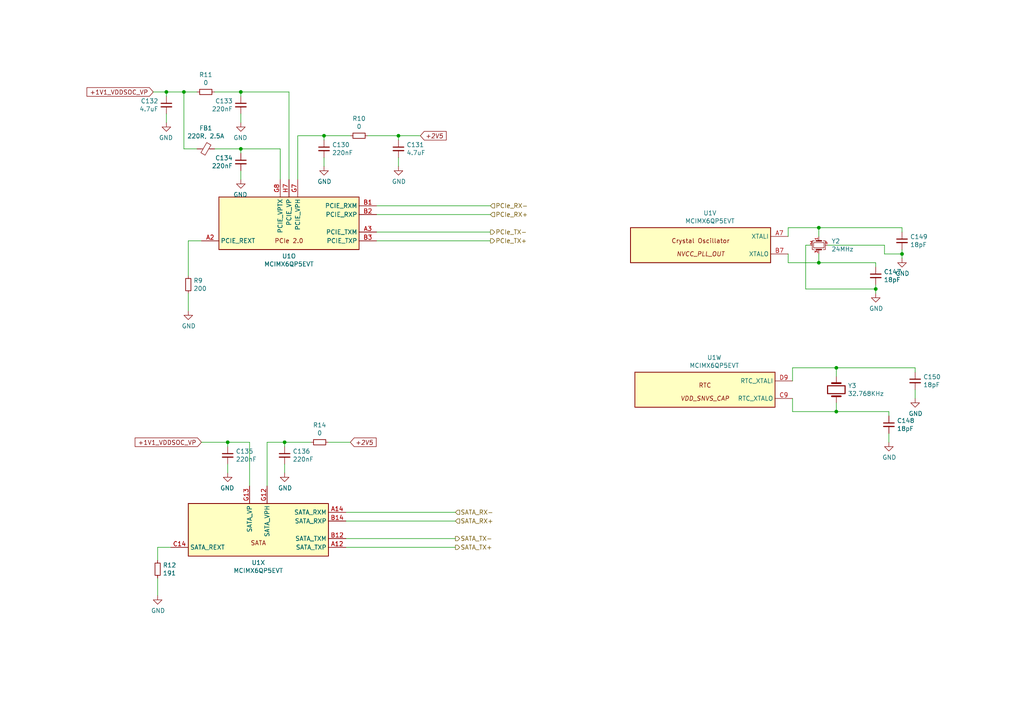
<source format=kicad_sch>
(kicad_sch (version 20211123) (generator eeschema)
  (paper "A4")
  (junction (at 237.49 76.2))
  (junction (at 237.49 66.04))
  (junction (at 48.26 26.67))
  (junction (at 254 83.82))
  (junction (at 53.34 26.67))
  (junction (at 242.57 119.38))
  (junction (at 261.62 73.66))
  (junction (at 93.98 39.37))
  (junction (at 82.55 128.27))
  (junction (at 242.57 106.68))
  (junction (at 69.85 43.18))
  (junction (at 115.57 39.37))
  (junction (at 69.85 26.67))
  (junction (at 66.04 128.27))
  (wire (pts (xy 257.81 119.38) (xy 257.81 120.65)))
  (wire (pts (xy 234.95 71.12) (xy 233.68 71.12)))
  (wire (pts (xy 54.61 69.85) (xy 54.61 80.01)))
  (wire (pts (xy 228.6 68.58) (xy 228.6 66.04)))
  (wire (pts (xy 254 76.2) (xy 254 77.47)))
  (wire (pts (xy 100.33 151.13) (xy 132.08 151.13)))
  (wire (pts (xy 229.87 115.57) (xy 229.87 119.38)))
  (wire (pts (xy 229.87 106.68) (xy 242.57 106.68)))
  (wire (pts (xy 256.54 73.66) (xy 261.62 73.66)))
  (wire (pts (xy 233.68 83.82) (xy 254 83.82)))
  (wire (pts (xy 82.55 137.16) (xy 82.55 134.62)))
  (wire (pts (xy 237.49 66.04) (xy 261.62 66.04)))
  (wire (pts (xy 72.39 128.27) (xy 66.04 128.27)))
  (wire (pts (xy 261.62 74.93) (xy 261.62 73.66)))
  (wire (pts (xy 69.85 26.67) (xy 83.82 26.67)))
  (wire (pts (xy 240.03 71.12) (xy 256.54 71.12)))
  (wire (pts (xy 57.15 43.18) (xy 53.34 43.18)))
  (wire (pts (xy 109.22 69.85) (xy 142.24 69.85)))
  (wire (pts (xy 256.54 71.12) (xy 256.54 73.66)))
  (wire (pts (xy 57.15 26.67) (xy 53.34 26.67)))
  (wire (pts (xy 77.47 128.27) (xy 82.55 128.27)))
  (wire (pts (xy 82.55 128.27) (xy 90.17 128.27)))
  (wire (pts (xy 109.22 59.69) (xy 142.24 59.69)))
  (wire (pts (xy 265.43 113.03) (xy 265.43 115.57)))
  (wire (pts (xy 242.57 109.22) (xy 242.57 106.68)))
  (wire (pts (xy 229.87 119.38) (xy 242.57 119.38)))
  (wire (pts (xy 115.57 40.64) (xy 115.57 39.37)))
  (wire (pts (xy 82.55 128.27) (xy 82.55 129.54)))
  (wire (pts (xy 109.22 62.23) (xy 142.24 62.23)))
  (wire (pts (xy 69.85 26.67) (xy 62.23 26.67)))
  (wire (pts (xy 69.85 52.07) (xy 69.85 49.53)))
  (wire (pts (xy 242.57 116.84) (xy 242.57 119.38)))
  (wire (pts (xy 49.53 158.75) (xy 45.72 158.75)))
  (wire (pts (xy 115.57 48.26) (xy 115.57 45.72)))
  (wire (pts (xy 48.26 27.94) (xy 48.26 26.67)))
  (wire (pts (xy 48.26 35.56) (xy 48.26 33.02)))
  (wire (pts (xy 254 83.82) (xy 254 82.55)))
  (wire (pts (xy 237.49 76.2) (xy 254 76.2)))
  (wire (pts (xy 48.26 26.67) (xy 44.45 26.67)))
  (wire (pts (xy 233.68 71.12) (xy 233.68 83.82)))
  (wire (pts (xy 86.36 39.37) (xy 93.98 39.37)))
  (wire (pts (xy 53.34 43.18) (xy 53.34 26.67)))
  (wire (pts (xy 261.62 66.04) (xy 261.62 67.31)))
  (wire (pts (xy 66.04 137.16) (xy 66.04 134.62)))
  (wire (pts (xy 228.6 76.2) (xy 237.49 76.2)))
  (wire (pts (xy 228.6 73.66) (xy 228.6 76.2)))
  (wire (pts (xy 93.98 39.37) (xy 93.98 40.64)))
  (wire (pts (xy 228.6 66.04) (xy 237.49 66.04)))
  (wire (pts (xy 93.98 48.26) (xy 93.98 45.72)))
  (wire (pts (xy 229.87 110.49) (xy 229.87 106.68)))
  (wire (pts (xy 69.85 26.67) (xy 69.85 27.94)))
  (wire (pts (xy 72.39 140.97) (xy 72.39 128.27)))
  (wire (pts (xy 242.57 119.38) (xy 257.81 119.38)))
  (wire (pts (xy 66.04 128.27) (xy 58.42 128.27)))
  (wire (pts (xy 242.57 106.68) (xy 265.43 106.68)))
  (wire (pts (xy 237.49 73.66) (xy 237.49 76.2)))
  (wire (pts (xy 115.57 39.37) (xy 121.92 39.37)))
  (wire (pts (xy 69.85 35.56) (xy 69.85 33.02)))
  (wire (pts (xy 86.36 52.07) (xy 86.36 39.37)))
  (wire (pts (xy 45.72 172.72) (xy 45.72 167.64)))
  (wire (pts (xy 109.22 67.31) (xy 142.24 67.31)))
  (wire (pts (xy 265.43 106.68) (xy 265.43 107.95)))
  (wire (pts (xy 66.04 128.27) (xy 66.04 129.54)))
  (wire (pts (xy 100.33 148.59) (xy 132.08 148.59)))
  (wire (pts (xy 93.98 39.37) (xy 101.6 39.37)))
  (wire (pts (xy 81.28 52.07) (xy 81.28 43.18)))
  (wire (pts (xy 54.61 90.17) (xy 54.61 85.09)))
  (wire (pts (xy 69.85 43.18) (xy 62.23 43.18)))
  (wire (pts (xy 81.28 43.18) (xy 69.85 43.18)))
  (wire (pts (xy 45.72 158.75) (xy 45.72 162.56)))
  (wire (pts (xy 77.47 140.97) (xy 77.47 128.27)))
  (wire (pts (xy 69.85 43.18) (xy 69.85 44.45)))
  (wire (pts (xy 106.68 39.37) (xy 115.57 39.37)))
  (wire (pts (xy 100.33 158.75) (xy 132.08 158.75)))
  (wire (pts (xy 95.25 128.27) (xy 101.6 128.27)))
  (wire (pts (xy 53.34 26.67) (xy 48.26 26.67)))
  (wire (pts (xy 83.82 26.67) (xy 83.82 52.07)))
  (wire (pts (xy 100.33 156.21) (xy 132.08 156.21)))
  (wire (pts (xy 58.42 69.85) (xy 54.61 69.85)))
  (wire (pts (xy 261.62 73.66) (xy 261.62 72.39)))
  (wire (pts (xy 254 85.09) (xy 254 83.82)))
  (wire (pts (xy 257.81 125.73) (xy 257.81 128.27)))
  (wire (pts (xy 237.49 68.58) (xy 237.49 66.04)))
  (global_label "+2V5" (shape input) (at 121.92 39.37 0) (effects (font italic)) (property "Intersheet References" "${INTERSHEET_REFS}" (effects hide)))
  (global_label "+1V1_VDDSOC_VP" (shape input) (at 44.45 26.67 180) (property "Intersheet References" "${INTERSHEET_REFS}" (effects hide)))
  (global_label "+2V5" (shape input) (at 101.6 128.27 0) (effects (font italic)) (property "Intersheet References" "${INTERSHEET_REFS}" (effects hide)))
  (global_label "+1V1_VDDSOC_VP" (shape input) (at 58.42 128.27 180) (property "Intersheet References" "${INTERSHEET_REFS}" (effects hide)))
  (hierarchical_label "SATA_TX-" (shape output) (at 132.08 156.21 0))
  (hierarchical_label "SATA_RX-" (shape input) (at 132.08 148.59 0))
  (hierarchical_label "PCIe_TX-" (shape output) (at 142.24 67.31 0))
  (hierarchical_label "PCIe_TX+" (shape output) (at 142.24 69.85 0))
  (hierarchical_label "PCIe_RX+" (shape input) (at 142.24 62.23 0))
  (hierarchical_label "SATA_RX+" (shape input) (at 132.08 151.13 0))
  (hierarchical_label "SATA_TX+" (shape output) (at 132.08 158.75 0))
  (hierarchical_label "PCIe_RX-" (shape input) (at 142.24 59.69 0))
  (symbol (lib_id "IMXDesign-rescue:MCIMX6QP5EVT-CPU_NXP_IMX") (at 83.82 64.77 0) (unit 15)
    (property "Reference" "U1" (at 83.82 74.295 0))
    (property "Value" "MCIMX6QP5EVT" (at 83.82 76.6064 0))
    (property "Footprint" "Package_BGA:BGA-624_21.0x21.0mm_Layout25x25_P0.8mm" (effects hide))
    (property "Datasheet" "https://www.nxp.com/docs/en/data-sheet/IMX6DQPCEC.pdf" (effects hide))
  )
  (symbol (lib_id "IMXDesign-rescue:MCIMX6QP5EVT-CPU_NXP_IMX") (at 203.2 71.12 0) (unit 22)
    (property "Reference" "U1" (at 205.9178 61.7982 0))
    (property "Value" "MCIMX6QP5EVT" (at 205.9178 64.1096 0))
    (property "Footprint" "Package_BGA:BGA-624_21.0x21.0mm_Layout25x25_P0.8mm" (effects hide))
    (property "Datasheet" "https://www.nxp.com/docs/en/data-sheet/IMX6DQPCEC.pdf" (effects hide))
  )
  (symbol (lib_id "IMXDesign-rescue:MCIMX6QP5EVT-CPU_NXP_IMX") (at 204.47 113.03 0) (unit 23)
    (property "Reference" "U1" (at 207.1878 103.7082 0))
    (property "Value" "MCIMX6QP5EVT" (at 207.1878 106.0196 0))
    (property "Footprint" "Package_BGA:BGA-624_21.0x21.0mm_Layout25x25_P0.8mm" (effects hide))
    (property "Datasheet" "https://www.nxp.com/docs/en/data-sheet/IMX6DQPCEC.pdf" (effects hide))
  )
  (symbol (lib_id "IMXDesign-rescue:MCIMX6QP5EVT-CPU_NXP_IMX") (at 74.93 153.67 0) (unit 24)
    (property "Reference" "U1" (at 74.93 163.195 0))
    (property "Value" "MCIMX6QP5EVT" (at 74.93 165.5064 0))
    (property "Footprint" "Package_BGA:BGA-624_21.0x21.0mm_Layout25x25_P0.8mm" (effects hide))
    (property "Datasheet" "https://www.nxp.com/docs/en/data-sheet/IMX6DQPCEC.pdf" (effects hide))
  )
  (symbol (lib_id "IMXDesign-rescue:R_Small-Device") (at 54.61 82.55 0) (unit 1)
    (property "Reference" "R9" (at 56.1086 81.3816 0) (effects (justify left)))
    (property "Value" "200" (at 56.1086 83.693 0) (effects (justify left)))
    (property "Footprint" "Resistor_SMD:R_0201_0603Metric" (effects hide))
  )
  (symbol (lib_id "IMXDesign-rescue:GND-power") (at 54.61 90.17 0) (unit 1)
    (property "Reference" "#PWR0187" (effects hide))
    (property "Value" "GND" (at 54.737 94.5642 0))
  )
  (symbol (lib_id "IMXDesign-rescue:R_Small-Device") (at 104.14 39.37 270) (unit 1)
    (property "Reference" "R10" (at 104.14 34.3916 90))
    (property "Value" "0" (at 104.14 36.703 90))
    (property "Footprint" "Resistor_SMD:R_0201_0603Metric" (effects hide))
  )
  (symbol (lib_id "IMXDesign-rescue:C_Small-Device") (at 93.98 43.18 0) (unit 1)
    (property "Reference" "C130" (at 96.3168 42.0116 0) (effects (justify left)))
    (property "Value" "220nF" (at 96.3168 44.323 0) (effects (justify left)))
    (property "Footprint" "Capacitor_SMD:C_0201_0603Metric" (effects hide))
  )
  (symbol (lib_id "IMXDesign-rescue:GND-power") (at 93.98 48.26 0) (unit 1)
    (property "Reference" "#PWR0188" (effects hide))
    (property "Value" "GND" (at 94.107 52.6542 0))
  )
  (symbol (lib_id "IMXDesign-rescue:C_Small-Device") (at 115.57 43.18 0) (unit 1)
    (property "Reference" "C131" (at 117.9068 42.0116 0) (effects (justify left)))
    (property "Value" "4.7uF" (at 117.9068 44.323 0) (effects (justify left)))
    (property "Footprint" "Capacitor_SMD:C_0402_1005Metric" (effects hide))
  )
  (symbol (lib_id "IMXDesign-rescue:GND-power") (at 115.57 48.26 0) (unit 1)
    (property "Reference" "#PWR0189" (effects hide))
    (property "Value" "GND" (at 115.697 52.6542 0))
  )
  (symbol (lib_id "IMXDesign-rescue:R_Small-Device") (at 59.69 26.67 90) (mirror x) (unit 1)
    (property "Reference" "R11" (at 59.69 21.6916 90))
    (property "Value" "0" (at 59.69 24.003 90))
    (property "Footprint" "Resistor_SMD:R_0201_0603Metric" (effects hide))
  )
  (symbol (lib_id "IMXDesign-rescue:C_Small-Device") (at 69.85 30.48 0) (mirror y) (unit 1)
    (property "Reference" "C133" (at 67.5132 29.3116 0) (effects (justify left)))
    (property "Value" "220nF" (at 67.5132 31.623 0) (effects (justify left)))
    (property "Footprint" "Capacitor_SMD:C_0201_0603Metric" (effects hide))
  )
  (symbol (lib_id "IMXDesign-rescue:GND-power") (at 69.85 35.56 0) (mirror y) (unit 1)
    (property "Reference" "#PWR0190" (effects hide))
    (property "Value" "GND" (at 69.723 39.9542 0))
  )
  (symbol (lib_id "IMXDesign-rescue:C_Small-Device") (at 48.26 30.48 0) (mirror y) (unit 1)
    (property "Reference" "C132" (at 45.9232 29.3116 0) (effects (justify left)))
    (property "Value" "4.7uF" (at 45.9232 31.623 0) (effects (justify left)))
    (property "Footprint" "Capacitor_SMD:C_0402_1005Metric" (effects hide))
  )
  (symbol (lib_id "IMXDesign-rescue:GND-power") (at 48.26 35.56 0) (mirror y) (unit 1)
    (property "Reference" "#PWR0191" (effects hide))
    (property "Value" "GND" (at 48.133 39.9542 0))
  )
  (symbol (lib_id "IMXDesign-rescue:C_Small-Device") (at 69.85 46.99 0) (mirror y) (unit 1)
    (property "Reference" "C134" (at 67.5132 45.8216 0) (effects (justify left)))
    (property "Value" "220nF" (at 67.5132 48.133 0) (effects (justify left)))
    (property "Footprint" "Capacitor_SMD:C_0201_0603Metric" (effects hide))
  )
  (symbol (lib_id "IMXDesign-rescue:GND-power") (at 69.85 52.07 0) (mirror y) (unit 1)
    (property "Reference" "#PWR0192" (effects hide))
    (property "Value" "GND" (at 69.723 56.4642 0))
  )
  (symbol (lib_id "IMXDesign-rescue:Crystal_GND24_Small-Device") (at 237.49 71.12 270) (unit 1)
    (property "Reference" "Y2" (at 241.1476 69.9516 90) (effects (justify left)))
    (property "Value" "24MHz" (at 241.1476 72.263 90) (effects (justify left)))
    (property "Footprint" "Crystal:Crystal_SMD_2016-4Pin_2.0x1.6mm" (effects hide))
  )
  (symbol (lib_id "IMXDesign-rescue:Ferrite_Bead_Small-Device") (at 59.69 43.18 270) (unit 1)
    (property "Reference" "FB1" (at 59.69 37.1602 90))
    (property "Value" "220R, 2.5A" (at 59.69 39.4716 90))
    (property "Footprint" "Fuse:Fuse_0603_1608Metric" (effects hide))
  )
  (symbol (lib_id "IMXDesign-rescue:Crystal-Device") (at 242.57 113.03 270) (unit 1)
    (property "Reference" "Y3" (at 245.8974 111.8616 90) (effects (justify left)))
    (property "Value" "32.768KHz" (at 245.8974 114.173 90) (effects (justify left)))
    (property "Footprint" "Crystal:Crystal_SMD_2012-2Pin_2.0x1.2mm" (effects hide))
  )
  (symbol (lib_id "IMXDesign-rescue:C_Small-Device") (at 261.62 69.85 0) (unit 1)
    (property "Reference" "C149" (at 263.9568 68.6816 0) (effects (justify left)))
    (property "Value" "18pF" (at 263.9568 70.993 0) (effects (justify left)))
    (property "Footprint" "Capacitor_SMD:C_0201_0603Metric" (effects hide))
  )
  (symbol (lib_id "IMXDesign-rescue:GND-power") (at 261.62 74.93 0) (unit 1)
    (property "Reference" "#PWR0214" (effects hide))
    (property "Value" "GND" (at 261.747 79.3242 0))
  )
  (symbol (lib_id "IMXDesign-rescue:C_Small-Device") (at 254 80.01 0) (unit 1)
    (property "Reference" "C147" (at 256.3368 78.8416 0) (effects (justify left)))
    (property "Value" "18pF" (at 256.3368 81.153 0) (effects (justify left)))
    (property "Footprint" "Capacitor_SMD:C_0201_0603Metric" (effects hide))
  )
  (symbol (lib_id "IMXDesign-rescue:GND-power") (at 254 85.09 0) (unit 1)
    (property "Reference" "#PWR0215" (effects hide))
    (property "Value" "GND" (at 254.127 89.4842 0))
  )
  (symbol (lib_id "IMXDesign-rescue:GND-power") (at 257.81 128.27 0) (unit 1)
    (property "Reference" "#PWR0216" (effects hide))
    (property "Value" "GND" (at 257.937 132.6642 0))
  )
  (symbol (lib_id "IMXDesign-rescue:C_Small-Device") (at 257.81 123.19 0) (unit 1)
    (property "Reference" "C148" (at 260.1468 122.0216 0) (effects (justify left)))
    (property "Value" "18pF" (at 260.1468 124.333 0) (effects (justify left)))
    (property "Footprint" "Capacitor_SMD:C_0201_0603Metric" (effects hide))
  )
  (symbol (lib_id "IMXDesign-rescue:GND-power") (at 265.43 115.57 0) (unit 1)
    (property "Reference" "#PWR0217" (effects hide))
    (property "Value" "GND" (at 265.557 119.9642 0))
  )
  (symbol (lib_id "IMXDesign-rescue:C_Small-Device") (at 265.43 110.49 0) (unit 1)
    (property "Reference" "C150" (at 267.7668 109.3216 0) (effects (justify left)))
    (property "Value" "18pF" (at 267.7668 111.633 0) (effects (justify left)))
    (property "Footprint" "Capacitor_SMD:C_0201_0603Metric" (effects hide))
  )
  (symbol (lib_id "IMXDesign-rescue:R_Small-Device") (at 45.72 165.1 0) (unit 1)
    (property "Reference" "R12" (at 47.2186 163.9316 0) (effects (justify left)))
    (property "Value" "191" (at 47.2186 166.243 0) (effects (justify left)))
    (property "Footprint" "Resistor_SMD:R_0201_0603Metric" (effects hide))
  )
  (symbol (lib_id "IMXDesign-rescue:GND-power") (at 45.72 172.72 0) (unit 1)
    (property "Reference" "#PWR0193" (effects hide))
    (property "Value" "GND" (at 45.847 177.1142 0))
  )
  (symbol (lib_id "IMXDesign-rescue:C_Small-Device") (at 66.04 132.08 0) (mirror y) (unit 1)
    (property "Reference" "C135" (at 68.3768 130.9116 0) (effects (justify right)))
    (property "Value" "220nF" (at 68.3768 133.223 0) (effects (justify right)))
    (property "Footprint" "Capacitor_SMD:C_0201_0603Metric" (effects hide))
  )
  (symbol (lib_id "IMXDesign-rescue:GND-power") (at 66.04 137.16 0) (mirror y) (unit 1)
    (property "Reference" "#PWR0195" (effects hide))
    (property "Value" "GND" (at 65.913 141.5542 0))
  )
  (symbol (lib_id "IMXDesign-rescue:C_Small-Device") (at 82.55 132.08 0) (unit 1)
    (property "Reference" "C136" (at 84.8868 130.9116 0) (effects (justify left)))
    (property "Value" "220nF" (at 84.8868 133.223 0) (effects (justify left)))
    (property "Footprint" "Capacitor_SMD:C_0201_0603Metric" (effects hide))
  )
  (symbol (lib_id "IMXDesign-rescue:GND-power") (at 82.55 137.16 0) (unit 1)
    (property "Reference" "#PWR0194" (effects hide))
    (property "Value" "GND" (at 82.677 141.5542 0))
  )
  (symbol (lib_id "IMXDesign-rescue:R_Small-Device") (at 92.71 128.27 270) (unit 1)
    (property "Reference" "R14" (at 92.71 123.2916 90))
    (property "Value" "0" (at 92.71 125.603 90))
    (property "Footprint" "Resistor_SMD:R_0201_0603Metric" (effects hide))
  )
)
</source>
